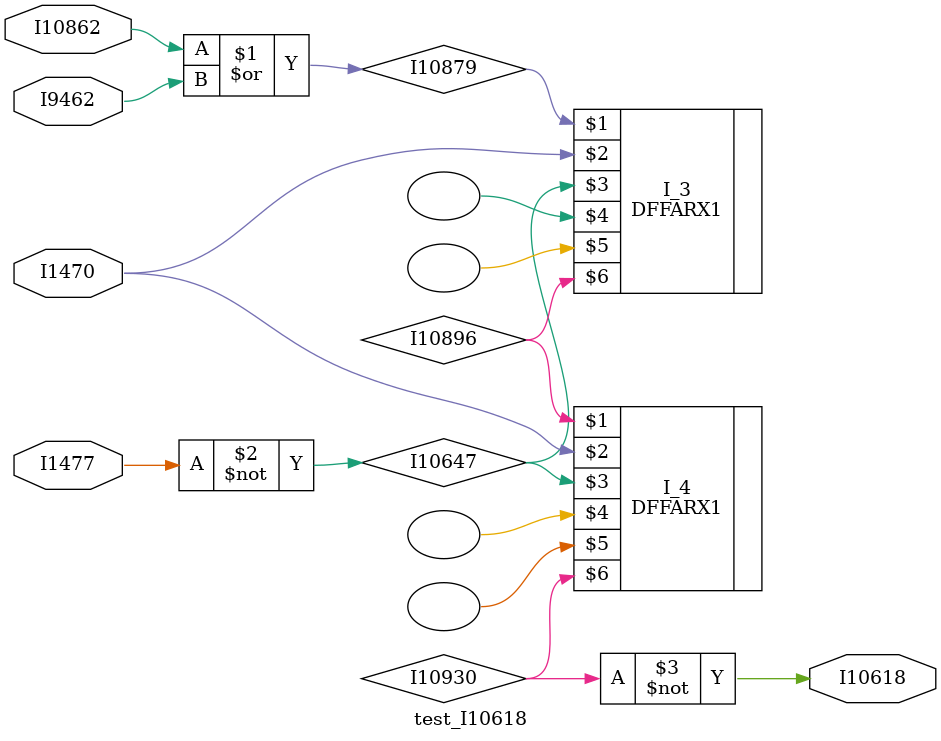
<source format=v>
module test_I10618(I9462,I10862,I1477,I1470,I10618);
input I9462,I10862,I1477,I1470;
output I10618;
wire I10879,I10647,I10896,I10930;
or I_0(I10879,I10862,I9462);
not I_1(I10647,I1477);
not I_2(I10618,I10930);
DFFARX1 I_3(I10879,I1470,I10647,,,I10896,);
DFFARX1 I_4(I10896,I1470,I10647,,,I10930,);
endmodule



</source>
